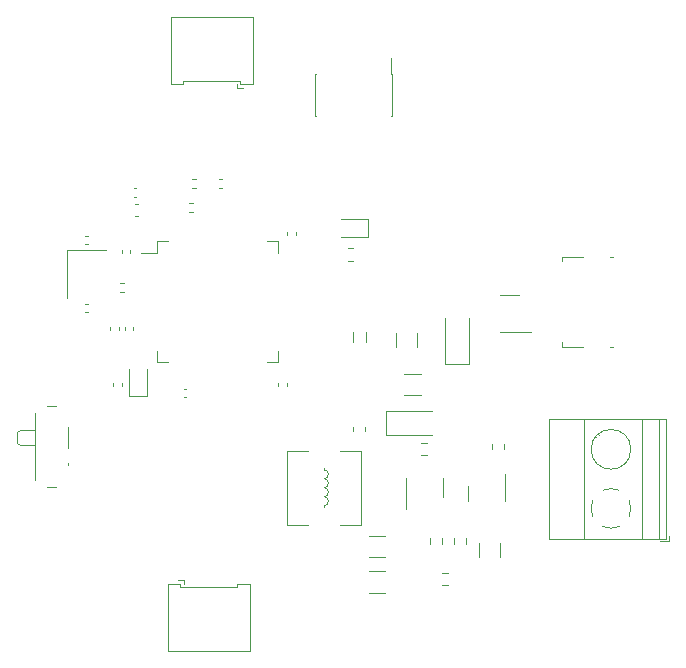
<source format=gbr>
%TF.GenerationSoftware,KiCad,Pcbnew,(6.0.4)*%
%TF.CreationDate,2022-04-20T17:17:18+03:00*%
%TF.ProjectId,STM32F4_Buck_Converter,53544d33-3246-4345-9f42-75636b5f436f,rev?*%
%TF.SameCoordinates,Original*%
%TF.FileFunction,Legend,Top*%
%TF.FilePolarity,Positive*%
%FSLAX46Y46*%
G04 Gerber Fmt 4.6, Leading zero omitted, Abs format (unit mm)*
G04 Created by KiCad (PCBNEW (6.0.4)) date 2022-04-20 17:17:18*
%MOMM*%
%LPD*%
G01*
G04 APERTURE LIST*
%ADD10C,0.120000*%
G04 APERTURE END LIST*
D10*
%TO.C,R2*%
X134237258Y-108272500D02*
X133762742Y-108272500D01*
X134237258Y-107227500D02*
X133762742Y-107227500D01*
%TO.C,C2*%
X130711252Y-115090000D02*
X129288748Y-115090000D01*
X130711252Y-116910000D02*
X129288748Y-116910000D01*
%TO.C,R4*%
X139727500Y-107262742D02*
X139727500Y-107737258D01*
X140772500Y-107262742D02*
X140772500Y-107737258D01*
%TO.C,U2*%
X121610000Y-100360000D02*
X121610000Y-99410000D01*
X112340000Y-100360000D02*
X111390000Y-100360000D01*
X111390000Y-91090000D02*
X110050000Y-91090000D01*
X111390000Y-100360000D02*
X111390000Y-99410000D01*
X120660000Y-100360000D02*
X121610000Y-100360000D01*
X120660000Y-90140000D02*
X121610000Y-90140000D01*
X111390000Y-90140000D02*
X111390000Y-91090000D01*
X121610000Y-90140000D02*
X121610000Y-91090000D01*
X112340000Y-90140000D02*
X111390000Y-90140000D01*
%TO.C,C10*%
X109627836Y-85640000D02*
X109412164Y-85640000D01*
X109627836Y-86360000D02*
X109412164Y-86360000D01*
%TO.C,C5*%
X109783767Y-88010000D02*
X109491233Y-88010000D01*
X109783767Y-86990000D02*
X109491233Y-86990000D01*
%TO.C,D3*%
X129235000Y-89735000D02*
X129235000Y-88265000D01*
X129235000Y-88265000D02*
X126950000Y-88265000D01*
X126950000Y-89735000D02*
X129235000Y-89735000D01*
%TO.C,C16*%
X105527836Y-95440000D02*
X105312164Y-95440000D01*
X105527836Y-96160000D02*
X105312164Y-96160000D01*
%TO.C,U3*%
X141250000Y-97810000D02*
X143050000Y-97810000D01*
X141250000Y-94690000D02*
X142050000Y-94690000D01*
X141250000Y-94690000D02*
X140450000Y-94690000D01*
X141250000Y-97810000D02*
X140450000Y-97810000D01*
%TO.C,C7*%
X113837836Y-102640000D02*
X113622164Y-102640000D01*
X113837836Y-103360000D02*
X113622164Y-103360000D01*
%TO.C,C4*%
X129010000Y-106165580D02*
X129010000Y-105884420D01*
X127990000Y-106165580D02*
X127990000Y-105884420D01*
%TO.C,Q1*%
X137690000Y-111500000D02*
X137690000Y-112150000D01*
X140810000Y-111500000D02*
X140810000Y-109825000D01*
X140810000Y-111500000D02*
X140810000Y-112150000D01*
X137690000Y-111500000D02*
X137690000Y-110850000D01*
%TO.C,D1*%
X135750000Y-100500000D02*
X135750000Y-96600000D01*
X137750000Y-100500000D02*
X137750000Y-96600000D01*
X135750000Y-100500000D02*
X137750000Y-100500000D01*
%TO.C,R11*%
X108380000Y-102096359D02*
X108380000Y-102403641D01*
X107620000Y-102096359D02*
X107620000Y-102403641D01*
%TO.C,C1*%
X132288748Y-101340000D02*
X133711252Y-101340000D01*
X132288748Y-103160000D02*
X133711252Y-103160000D01*
%TO.C,J1*%
X144544000Y-105190000D02*
X154465000Y-105190000D01*
X147504000Y-115310000D02*
X147504000Y-105190000D01*
X154465000Y-115310000D02*
X154465000Y-105190000D01*
X154705000Y-115550000D02*
X154705000Y-115050000D01*
X150828000Y-108977000D02*
X150874000Y-109024000D01*
X144544000Y-115310000D02*
X144544000Y-105190000D01*
X148530000Y-106680000D02*
X148566000Y-106715000D01*
X152405000Y-115310000D02*
X152405000Y-105190000D01*
X148736000Y-106475000D02*
X148782000Y-106522000D01*
X153905000Y-115310000D02*
X153905000Y-105190000D01*
X144544000Y-115310000D02*
X154465000Y-115310000D01*
X151044000Y-108784000D02*
X151079000Y-108819000D01*
X153965000Y-115550000D02*
X154705000Y-115550000D01*
X149121000Y-114285000D02*
G75*
G03*
X150488042Y-114285427I684001J1534993D01*
G01*
X150489000Y-111214999D02*
G75*
G03*
X149121958Y-111214573I-684000J-1535001D01*
G01*
X151485000Y-112750000D02*
G75*
G03*
X151339756Y-112066682I-1680000J0D01*
G01*
X148270000Y-112066000D02*
G75*
G03*
X148269573Y-113433042I1534993J-684001D01*
G01*
X151340000Y-113434000D02*
G75*
G03*
X151485253Y-112721195I-1535001J683999D01*
G01*
X151485000Y-107750000D02*
G75*
G03*
X151485000Y-107750000I-1680000J0D01*
G01*
%TO.C,R6*%
X127512742Y-91772500D02*
X127987258Y-91772500D01*
X127512742Y-90727500D02*
X127987258Y-90727500D01*
%TO.C,R7*%
X114403641Y-86870000D02*
X114096359Y-86870000D01*
X114403641Y-87630000D02*
X114096359Y-87630000D01*
%TO.C,C3*%
X130711252Y-119910000D02*
X129288748Y-119910000D01*
X130711252Y-118090000D02*
X129288748Y-118090000D01*
%TO.C,J3*%
X112515000Y-76860000D02*
X112515000Y-71140000D01*
X116000000Y-76560000D02*
X113585000Y-76560000D01*
X118125000Y-77150000D02*
X118625000Y-77150000D01*
X118125000Y-76850000D02*
X118125000Y-77150000D01*
X112515000Y-71140000D02*
X116000000Y-71140000D01*
X119485000Y-76860000D02*
X119485000Y-71140000D01*
X118415000Y-76560000D02*
X118415000Y-76860000D01*
X119485000Y-71140000D02*
X116000000Y-71140000D01*
X118415000Y-76860000D02*
X119485000Y-76860000D01*
X113585000Y-76560000D02*
X113585000Y-76860000D01*
X116000000Y-76560000D02*
X118415000Y-76560000D01*
X113585000Y-76860000D02*
X112515000Y-76860000D01*
%TO.C,R8*%
X108236359Y-94430000D02*
X108543641Y-94430000D01*
X108236359Y-93670000D02*
X108543641Y-93670000D01*
%TO.C,SW1*%
X99730000Y-106100000D02*
X99520000Y-106300000D01*
X102030000Y-110950000D02*
X102820000Y-110950000D01*
X99730000Y-107400000D02*
X101020000Y-107400000D01*
X99730000Y-107400000D02*
X99520000Y-107200000D01*
X102820000Y-104050000D02*
X102030000Y-104050000D01*
X99520000Y-106300000D02*
X99520000Y-107200000D01*
X103870000Y-105900000D02*
X103870000Y-107600000D01*
X101020000Y-106100000D02*
X99730000Y-106100000D01*
X103870000Y-108900000D02*
X103870000Y-109100000D01*
X101020000Y-104650000D02*
X101020000Y-110350000D01*
%TO.C,R9*%
X116586359Y-84870000D02*
X116893641Y-84870000D01*
X116586359Y-85630000D02*
X116893641Y-85630000D01*
%TO.C,F1*%
X131590000Y-99102064D02*
X131590000Y-97897936D01*
X133410000Y-99102064D02*
X133410000Y-97897936D01*
%TO.C,C9*%
X122390000Y-89607836D02*
X122390000Y-89392164D01*
X123110000Y-89607836D02*
X123110000Y-89392164D01*
%TO.C,Y1*%
X107050000Y-90900000D02*
X103750000Y-90900000D01*
X103750000Y-90900000D02*
X103750000Y-94900000D01*
%TO.C,C15*%
X105312164Y-89690000D02*
X105527836Y-89690000D01*
X105312164Y-90410000D02*
X105527836Y-90410000D01*
%TO.C,D4*%
X110485000Y-103235000D02*
X110485000Y-100950000D01*
X109015000Y-100950000D02*
X109015000Y-103235000D01*
X109015000Y-103235000D02*
X110485000Y-103235000D01*
%TO.C,FB1*%
X127940000Y-97850378D02*
X127940000Y-98649622D01*
X129060000Y-97850378D02*
X129060000Y-98649622D01*
%TO.C,R3*%
X137522500Y-115737258D02*
X137522500Y-115262742D01*
X136477500Y-115737258D02*
X136477500Y-115262742D01*
%TO.C,C6*%
X109110000Y-91087836D02*
X109110000Y-90872164D01*
X108390000Y-91087836D02*
X108390000Y-90872164D01*
%TO.C,D2*%
X130750000Y-106500000D02*
X134650000Y-106500000D01*
X130750000Y-104500000D02*
X130750000Y-106500000D01*
X130750000Y-104500000D02*
X134650000Y-104500000D01*
%TO.C,J4*%
X115750000Y-119440000D02*
X118165000Y-119440000D01*
X113625000Y-118850000D02*
X113125000Y-118850000D01*
X118165000Y-119140000D02*
X119235000Y-119140000D01*
X113625000Y-119150000D02*
X113625000Y-118850000D01*
X112265000Y-124860000D02*
X115750000Y-124860000D01*
X112265000Y-119140000D02*
X112265000Y-124860000D01*
X119235000Y-119140000D02*
X119235000Y-124860000D01*
X113335000Y-119140000D02*
X112265000Y-119140000D01*
X113335000Y-119440000D02*
X113335000Y-119140000D01*
X119235000Y-124860000D02*
X115750000Y-124860000D01*
X115750000Y-119440000D02*
X113335000Y-119440000D01*
X118165000Y-119440000D02*
X118165000Y-119140000D01*
%TO.C,C8*%
X121640000Y-102142164D02*
X121640000Y-102357836D01*
X122360000Y-102142164D02*
X122360000Y-102357836D01*
%TO.C,U1*%
X132440000Y-111000000D02*
X132440000Y-112800000D01*
X135560000Y-111000000D02*
X135560000Y-110200000D01*
X132440000Y-111000000D02*
X132440000Y-110200000D01*
X135560000Y-111000000D02*
X135560000Y-111800000D01*
%TO.C,R10*%
X114633641Y-85630000D02*
X114326359Y-85630000D01*
X114633641Y-84870000D02*
X114326359Y-84870000D01*
%TO.C,R1*%
X135522500Y-115262742D02*
X135522500Y-115737258D01*
X134477500Y-115262742D02*
X134477500Y-115737258D01*
%TO.C,C12*%
X108640000Y-97607836D02*
X108640000Y-97392164D01*
X109360000Y-97607836D02*
X109360000Y-97392164D01*
%TO.C,J5*%
X150000000Y-99060000D02*
X149740000Y-99060000D01*
X145690000Y-99060000D02*
X145690000Y-98680000D01*
X145690000Y-91440000D02*
X145690000Y-91820000D01*
X149740000Y-91440000D02*
X150000000Y-91440000D01*
X147460000Y-99060000D02*
X145690000Y-99060000D01*
X145690000Y-91440000D02*
X147460000Y-91440000D01*
%TO.C,L1*%
X125500000Y-112524000D02*
X125500000Y-112651000D01*
X125500000Y-109349000D02*
X125500000Y-109476000D01*
X122380000Y-107880000D02*
X122380000Y-114120000D01*
X124150000Y-107880000D02*
X122380000Y-107880000D01*
X124150000Y-114120000D02*
X122380000Y-114120000D01*
X128620000Y-107880000D02*
X128620000Y-114120000D01*
X128620000Y-114120000D02*
X126850000Y-114120000D01*
X128620000Y-107880000D02*
X126850000Y-107880000D01*
X125500000Y-111762000D02*
G75*
G03*
X125500000Y-111000000I0J381000D01*
G01*
X125500000Y-112524000D02*
G75*
G03*
X125500000Y-111762000I0J381000D01*
G01*
X125500000Y-111000000D02*
G75*
G03*
X125500000Y-110238000I0J381000D01*
G01*
X125500000Y-110238000D02*
G75*
G03*
X125500000Y-109476000I0J381000D01*
G01*
%TO.C,R5*%
X135512742Y-119272500D02*
X135987258Y-119272500D01*
X135512742Y-118227500D02*
X135987258Y-118227500D01*
%TO.C,J2*%
X124830000Y-75985000D02*
X124765000Y-75985000D01*
X131235000Y-75985000D02*
X131170000Y-75985000D01*
X124765000Y-75985000D02*
X124765000Y-79515000D01*
X131235000Y-79515000D02*
X131170000Y-79515000D01*
X131170000Y-74660000D02*
X131170000Y-75985000D01*
X131235000Y-75985000D02*
X131235000Y-79515000D01*
X124830000Y-79515000D02*
X124765000Y-79515000D01*
%TO.C,F1*%
X140410000Y-115647936D02*
X140410000Y-116852064D01*
X138590000Y-115647936D02*
X138590000Y-116852064D01*
%TO.C,C11*%
X108110000Y-97607836D02*
X108110000Y-97392164D01*
X107390000Y-97607836D02*
X107390000Y-97392164D01*
%TD*%
M02*

</source>
